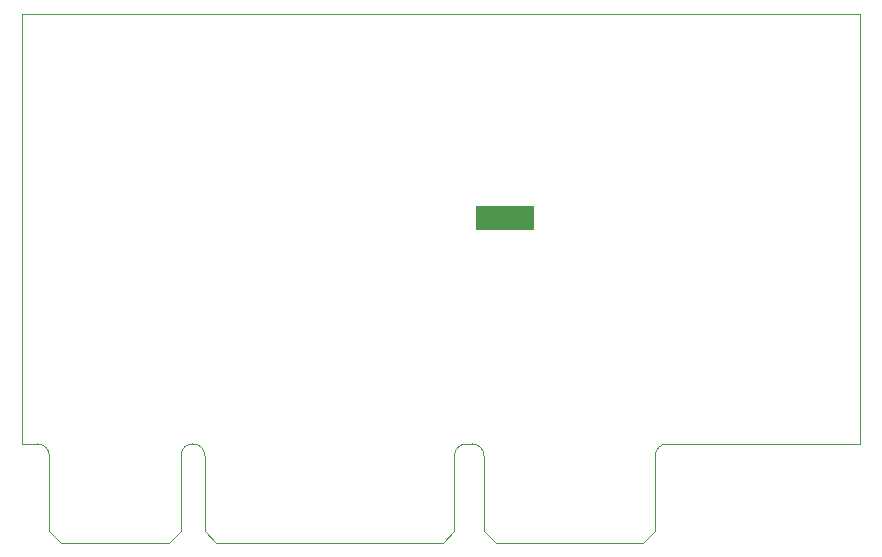
<source format=gbr>
G04 #@! TF.FileFunction,Glue,Bot*
%FSLAX46Y46*%
G04 Gerber Fmt 4.6, Leading zero omitted, Abs format (unit mm)*
G04 Created by KiCad (PCBNEW 4.0.7) date 09/09/17 19:36:50*
%MOMM*%
%LPD*%
G01*
G04 APERTURE LIST*
%ADD10C,0.100000*%
%ADD11R,5.000000X2.000000*%
G04 APERTURE END LIST*
D10*
X86767232Y-135759051D02*
X86767232Y-135359051D01*
X97917232Y-135359051D02*
X97917232Y-135759051D01*
X96917232Y-136759051D02*
X87767232Y-136759051D01*
X96917232Y-136759051D02*
X97917232Y-135759051D01*
X86767232Y-135759051D02*
X87767232Y-136759051D01*
X155417232Y-91959051D02*
X155417232Y-128359051D01*
X84417232Y-128359051D02*
X84417232Y-91959051D01*
X84417232Y-91959051D02*
X155417232Y-91959051D01*
X121067232Y-129359051D02*
X121067232Y-135359051D01*
X121067232Y-129359051D02*
G75*
G02X122067232Y-128359051I1000000J0D01*
G01*
X122567232Y-128359051D02*
X122067232Y-128359051D01*
X122567232Y-128359051D02*
G75*
G02X123567232Y-129359051I0J-1000000D01*
G01*
X123567232Y-135359051D02*
X123567232Y-129359051D01*
X138067232Y-129359051D02*
X138067232Y-135359051D01*
X138067232Y-129359051D02*
G75*
G02X139067232Y-128359051I1000000J0D01*
G01*
X155417232Y-128359051D02*
X139067232Y-128359051D01*
X85767232Y-128359051D02*
X84417232Y-128359051D01*
X85767232Y-128359051D02*
G75*
G02X86767232Y-129359051I0J-1000000D01*
G01*
X86767232Y-135359051D02*
X86767232Y-129359051D01*
X97917232Y-129359051D02*
X97917232Y-135359051D01*
X97917232Y-129359051D02*
G75*
G02X99917232Y-129359051I1000000J0D01*
G01*
X99917232Y-135359051D02*
X99917232Y-129359051D01*
X137067232Y-136759051D02*
X124567232Y-136759051D01*
X137067232Y-136759051D02*
X138067232Y-135759051D01*
X138067232Y-135359051D02*
X138067232Y-135759051D01*
X123567232Y-135759051D02*
X123567232Y-135359051D01*
X123567232Y-135759051D02*
X124567232Y-136759051D01*
X120067232Y-136759051D02*
X100917232Y-136759051D01*
X120067232Y-136759051D02*
X121067232Y-135759051D01*
X121067232Y-135359051D02*
X121067232Y-135759051D01*
X99917232Y-135759051D02*
X99917232Y-135359051D01*
X99917232Y-135759051D02*
X100917232Y-136759051D01*
D11*
X125370000Y-109230000D03*
M02*

</source>
